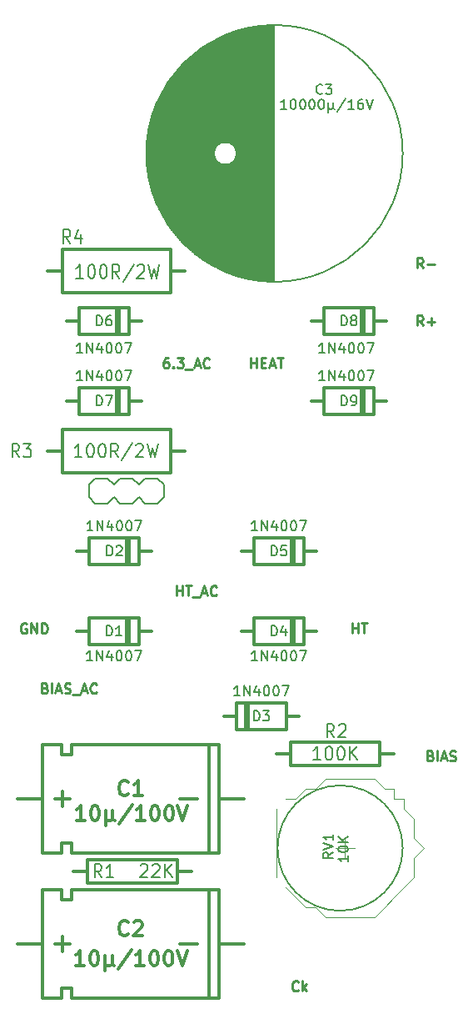
<source format=gto>
G04 #@! TF.FileFunction,Legend,Top*
%FSLAX46Y46*%
G04 Gerber Fmt 4.6, Leading zero omitted, Abs format (unit mm)*
G04 Created by KiCad (PCBNEW 4.0.2+dfsg1-stable) date jeu. 08 sept. 2016 23:26:37 CEST*
%MOMM*%
G01*
G04 APERTURE LIST*
%ADD10C,0.100000*%
%ADD11C,0.304800*%
%ADD12C,0.150000*%
%ADD13C,0.203200*%
%ADD14C,0.254000*%
G04 APERTURE END LIST*
D10*
D11*
X85028000Y-136144000D02*
X86464000Y-136144000D01*
X86464000Y-136144000D02*
X86464000Y-134994000D01*
X86528000Y-134994000D02*
X95528000Y-134994000D01*
X95592000Y-134994000D02*
X95592000Y-137294000D01*
X95528000Y-137294000D02*
X86528000Y-137294000D01*
X86464000Y-137294000D02*
X86464000Y-136144000D01*
X97028000Y-136144000D02*
X95592000Y-136144000D01*
X117664000Y-124206000D02*
X116228000Y-124206000D01*
X116228000Y-124206000D02*
X116228000Y-125356000D01*
X116164000Y-125356000D02*
X107164000Y-125356000D01*
X107100000Y-125356000D02*
X107100000Y-123056000D01*
X107164000Y-123056000D02*
X116164000Y-123056000D01*
X116228000Y-123056000D02*
X116228000Y-124206000D01*
X105664000Y-124206000D02*
X107100000Y-124206000D01*
D12*
X105415000Y-76246000D02*
X105415000Y-50246000D01*
X105275000Y-76244000D02*
X105275000Y-50248000D01*
X105135000Y-76241000D02*
X105135000Y-50251000D01*
X104995000Y-76237000D02*
X104995000Y-50255000D01*
X104855000Y-76230000D02*
X104855000Y-50262000D01*
X104715000Y-76223000D02*
X104715000Y-50269000D01*
X104575000Y-76214000D02*
X104575000Y-50278000D01*
X104435000Y-76203000D02*
X104435000Y-50289000D01*
X104295000Y-76191000D02*
X104295000Y-50301000D01*
X104155000Y-76177000D02*
X104155000Y-50315000D01*
X104015000Y-76162000D02*
X104015000Y-50330000D01*
X103875000Y-76145000D02*
X103875000Y-50347000D01*
X103735000Y-76127000D02*
X103735000Y-50365000D01*
X103595000Y-76107000D02*
X103595000Y-50385000D01*
X103455000Y-76086000D02*
X103455000Y-50406000D01*
X103315000Y-76063000D02*
X103315000Y-50429000D01*
X103175000Y-76038000D02*
X103175000Y-50454000D01*
X103035000Y-76012000D02*
X103035000Y-50480000D01*
X102895000Y-75984000D02*
X102895000Y-50508000D01*
X102755000Y-75955000D02*
X102755000Y-50537000D01*
X102615000Y-75924000D02*
X102615000Y-50568000D01*
X102475000Y-75892000D02*
X102475000Y-50600000D01*
X102335000Y-75857000D02*
X102335000Y-50635000D01*
X102195000Y-75821000D02*
X102195000Y-50671000D01*
X102055000Y-75784000D02*
X102055000Y-50708000D01*
X101915000Y-75745000D02*
X101915000Y-50747000D01*
X101775000Y-75704000D02*
X101775000Y-50788000D01*
X101635000Y-75661000D02*
X101635000Y-63353000D01*
X101635000Y-63139000D02*
X101635000Y-50831000D01*
X101495000Y-75617000D02*
X101495000Y-63805000D01*
X101495000Y-62687000D02*
X101495000Y-50875000D01*
X101355000Y-75571000D02*
X101355000Y-64004000D01*
X101355000Y-62488000D02*
X101355000Y-50921000D01*
X101215000Y-75523000D02*
X101215000Y-64139000D01*
X101215000Y-62353000D02*
X101215000Y-50969000D01*
X101075000Y-75473000D02*
X101075000Y-64236000D01*
X101075000Y-62256000D02*
X101075000Y-51019000D01*
X100935000Y-75422000D02*
X100935000Y-64306000D01*
X100935000Y-62186000D02*
X100935000Y-51070000D01*
X100795000Y-75369000D02*
X100795000Y-64355000D01*
X100795000Y-62137000D02*
X100795000Y-51123000D01*
X100655000Y-75313000D02*
X100655000Y-64384000D01*
X100655000Y-62108000D02*
X100655000Y-51179000D01*
X100515000Y-75256000D02*
X100515000Y-64396000D01*
X100515000Y-62096000D02*
X100515000Y-51236000D01*
X100375000Y-75197000D02*
X100375000Y-64390000D01*
X100375000Y-62102000D02*
X100375000Y-51295000D01*
X100235000Y-75137000D02*
X100235000Y-64367000D01*
X100235000Y-62125000D02*
X100235000Y-51355000D01*
X100095000Y-75074000D02*
X100095000Y-64326000D01*
X100095000Y-62166000D02*
X100095000Y-51418000D01*
X99955000Y-75009000D02*
X99955000Y-64264000D01*
X99955000Y-62228000D02*
X99955000Y-51483000D01*
X99815000Y-74942000D02*
X99815000Y-64177000D01*
X99815000Y-62315000D02*
X99815000Y-51550000D01*
X99675000Y-74873000D02*
X99675000Y-64057000D01*
X99675000Y-62435000D02*
X99675000Y-51619000D01*
X99535000Y-74802000D02*
X99535000Y-63887000D01*
X99535000Y-62605000D02*
X99535000Y-51690000D01*
X99395000Y-74729000D02*
X99395000Y-63597000D01*
X99395000Y-62895000D02*
X99395000Y-51763000D01*
X99255000Y-74653000D02*
X99255000Y-51839000D01*
X99115000Y-74576000D02*
X99115000Y-51916000D01*
X98975000Y-74496000D02*
X98975000Y-51996000D01*
X98835000Y-74413000D02*
X98835000Y-52079000D01*
X98695000Y-74329000D02*
X98695000Y-52163000D01*
X98555000Y-74242000D02*
X98555000Y-52250000D01*
X98415000Y-74152000D02*
X98415000Y-52340000D01*
X98275000Y-74060000D02*
X98275000Y-52432000D01*
X98135000Y-73965000D02*
X98135000Y-52527000D01*
X97995000Y-73868000D02*
X97995000Y-52624000D01*
X97855000Y-73768000D02*
X97855000Y-52724000D01*
X97715000Y-73665000D02*
X97715000Y-52827000D01*
X97575000Y-73559000D02*
X97575000Y-52933000D01*
X97435000Y-73450000D02*
X97435000Y-53042000D01*
X97295000Y-73338000D02*
X97295000Y-53154000D01*
X97155000Y-73222000D02*
X97155000Y-53270000D01*
X97015000Y-73104000D02*
X97015000Y-53388000D01*
X96875000Y-72982000D02*
X96875000Y-53510000D01*
X96735000Y-72856000D02*
X96735000Y-53636000D01*
X96595000Y-72726000D02*
X96595000Y-53766000D01*
X96455000Y-72593000D02*
X96455000Y-53899000D01*
X96315000Y-72456000D02*
X96315000Y-54036000D01*
X96175000Y-72314000D02*
X96175000Y-54178000D01*
X96035000Y-72168000D02*
X96035000Y-54324000D01*
X95895000Y-72017000D02*
X95895000Y-54475000D01*
X95755000Y-71862000D02*
X95755000Y-54630000D01*
X95615000Y-71701000D02*
X95615000Y-54791000D01*
X95475000Y-71535000D02*
X95475000Y-54957000D01*
X95335000Y-71362000D02*
X95335000Y-55130000D01*
X95195000Y-71184000D02*
X95195000Y-55308000D01*
X95055000Y-70999000D02*
X95055000Y-55493000D01*
X94915000Y-70807000D02*
X94915000Y-55685000D01*
X94775000Y-70607000D02*
X94775000Y-55885000D01*
X94635000Y-70399000D02*
X94635000Y-56093000D01*
X94495000Y-70182000D02*
X94495000Y-56310000D01*
X94355000Y-69955000D02*
X94355000Y-56537000D01*
X94215000Y-69717000D02*
X94215000Y-56775000D01*
X94075000Y-69467000D02*
X94075000Y-57025000D01*
X93935000Y-69203000D02*
X93935000Y-57289000D01*
X93795000Y-68923000D02*
X93795000Y-57569000D01*
X93655000Y-68625000D02*
X93655000Y-57867000D01*
X93515000Y-68306000D02*
X93515000Y-58186000D01*
X93375000Y-67961000D02*
X93375000Y-58531000D01*
X93235000Y-67584000D02*
X93235000Y-58908000D01*
X93095000Y-67166000D02*
X93095000Y-59326000D01*
X92955000Y-66692000D02*
X92955000Y-59800000D01*
X92815000Y-66135000D02*
X92815000Y-60357000D01*
X92675000Y-65431000D02*
X92675000Y-61061000D01*
X92535000Y-64327000D02*
X92535000Y-62165000D01*
X101640000Y-63246000D02*
G75*
G03X101640000Y-63246000I-1150000J0D01*
G01*
X118527500Y-63246000D02*
G75*
G03X118527500Y-63246000I-13037500J0D01*
G01*
D11*
X96408000Y-93472000D02*
X94972000Y-93472000D01*
X94908000Y-95672000D02*
X83908000Y-95672000D01*
X83908000Y-95672000D02*
X83908000Y-91272000D01*
X83908000Y-91272000D02*
X94908000Y-91272000D01*
X94908000Y-91272000D02*
X94908000Y-95672000D01*
X82408000Y-93472000D02*
X83844000Y-93472000D01*
X96408000Y-75184000D02*
X94972000Y-75184000D01*
X94908000Y-77384000D02*
X83908000Y-77384000D01*
X83908000Y-77384000D02*
X83908000Y-72984000D01*
X83908000Y-72984000D02*
X94908000Y-72984000D01*
X94908000Y-72984000D02*
X94908000Y-77384000D01*
X82408000Y-75184000D02*
X83844000Y-75184000D01*
D12*
X118527961Y-133778000D02*
G75*
G03X118527961Y-133778000I-6363961J0D01*
G01*
D10*
X105664000Y-129778000D02*
X105664000Y-130778000D01*
X105664000Y-130778000D02*
X105664000Y-130778000D01*
X105664000Y-130778000D02*
X105664000Y-131778000D01*
X105664000Y-131778000D02*
X105664000Y-132778000D01*
X105664000Y-132778000D02*
X105664000Y-133778000D01*
X105664000Y-133778000D02*
X105664000Y-133778000D01*
X105664000Y-133778000D02*
X105664000Y-134778000D01*
X105664000Y-134778000D02*
X105664000Y-135778000D01*
X105664000Y-135778000D02*
X105664000Y-136778000D01*
X111664000Y-126778000D02*
X110664000Y-126778000D01*
X110664000Y-126778000D02*
X109664000Y-127778000D01*
X109664000Y-127778000D02*
X108664000Y-127778000D01*
X108664000Y-127778000D02*
X107664000Y-128778000D01*
X107664000Y-128778000D02*
X107664000Y-128778000D01*
X107664000Y-128778000D02*
X106664000Y-128778000D01*
X120664000Y-133778000D02*
X119664000Y-132778000D01*
X119664000Y-132778000D02*
X119664000Y-131778000D01*
X119664000Y-131778000D02*
X119664000Y-130778000D01*
X119664000Y-130778000D02*
X118664000Y-129778000D01*
X118664000Y-129778000D02*
X118664000Y-128778000D01*
X118664000Y-128778000D02*
X117664000Y-128778000D01*
X117664000Y-128778000D02*
X117664000Y-127778000D01*
X117664000Y-127778000D02*
X116664000Y-127778000D01*
X116664000Y-127778000D02*
X115664000Y-126778000D01*
X115664000Y-126778000D02*
X114664000Y-126778000D01*
X114664000Y-126778000D02*
X112664000Y-126778000D01*
X112664000Y-126778000D02*
X111664000Y-126778000D01*
X116664000Y-139778000D02*
X116664000Y-139778000D01*
X116664000Y-139778000D02*
X117664000Y-138778000D01*
X117664000Y-138778000D02*
X118664000Y-137778000D01*
X118664000Y-137778000D02*
X118664000Y-137778000D01*
X118664000Y-137778000D02*
X119664000Y-136778000D01*
X119664000Y-136778000D02*
X119664000Y-135778000D01*
X119664000Y-135778000D02*
X119664000Y-134778000D01*
X119664000Y-134778000D02*
X120664000Y-133778000D01*
X120664000Y-133778000D02*
X120664000Y-133778000D01*
X106664000Y-137778000D02*
X107664000Y-138778000D01*
X107664000Y-138778000D02*
X107664000Y-138778000D01*
X107664000Y-138778000D02*
X108664000Y-139778000D01*
X108664000Y-139778000D02*
X109664000Y-139778000D01*
X109664000Y-139778000D02*
X110664000Y-140778000D01*
X110664000Y-140778000D02*
X111664000Y-140778000D01*
X111664000Y-140778000D02*
X111664000Y-140778000D01*
X111664000Y-140778000D02*
X112664000Y-140778000D01*
X112664000Y-140778000D02*
X113664000Y-140778000D01*
X113664000Y-140778000D02*
X114664000Y-140778000D01*
X114664000Y-140778000D02*
X115664000Y-140778000D01*
X115664000Y-140778000D02*
X116664000Y-139778000D01*
X113664000Y-133778000D02*
X111664000Y-133778000D01*
X112664000Y-132778000D02*
X112664000Y-134778000D01*
D11*
X81862000Y-123278000D02*
X83862000Y-123278000D01*
X83862000Y-123278000D02*
X83862000Y-124278000D01*
X83862000Y-124278000D02*
X84862000Y-124278000D01*
X84862000Y-124278000D02*
X84862000Y-123278000D01*
X84862000Y-123278000D02*
X99862000Y-123278000D01*
X99862000Y-134278000D02*
X84862000Y-134278000D01*
X84862000Y-134278000D02*
X84862000Y-133278000D01*
X84862000Y-133278000D02*
X83862000Y-133278000D01*
X83862000Y-133278000D02*
X83862000Y-134278000D01*
X83862000Y-134278000D02*
X81862000Y-134278000D01*
X81862000Y-134278000D02*
X81862000Y-123278000D01*
X99862000Y-123278000D02*
X99862000Y-134278000D01*
X98862000Y-134278000D02*
X98862000Y-123278000D01*
X81862000Y-128778000D02*
X79362000Y-128778000D01*
X99862000Y-128778000D02*
X102362000Y-128778000D01*
X97640000Y-128778000D02*
X95862000Y-128778000D01*
X83130000Y-128778000D02*
X84654000Y-128778000D01*
X83892000Y-128016000D02*
X83892000Y-129540000D01*
X81862000Y-138010000D02*
X83862000Y-138010000D01*
X83862000Y-138010000D02*
X83862000Y-139010000D01*
X83862000Y-139010000D02*
X84862000Y-139010000D01*
X84862000Y-139010000D02*
X84862000Y-138010000D01*
X84862000Y-138010000D02*
X99862000Y-138010000D01*
X99862000Y-149010000D02*
X84862000Y-149010000D01*
X84862000Y-149010000D02*
X84862000Y-148010000D01*
X84862000Y-148010000D02*
X83862000Y-148010000D01*
X83862000Y-148010000D02*
X83862000Y-149010000D01*
X83862000Y-149010000D02*
X81862000Y-149010000D01*
X81862000Y-149010000D02*
X81862000Y-138010000D01*
X99862000Y-138010000D02*
X99862000Y-149010000D01*
X98862000Y-149010000D02*
X98862000Y-138010000D01*
X81862000Y-143510000D02*
X79362000Y-143510000D01*
X99862000Y-143510000D02*
X102362000Y-143510000D01*
X97640000Y-143510000D02*
X95862000Y-143510000D01*
X83130000Y-143510000D02*
X84654000Y-143510000D01*
X83892000Y-142748000D02*
X83892000Y-144272000D01*
D13*
X89154000Y-98171000D02*
X88519000Y-98806000D01*
X88519000Y-98806000D02*
X87249000Y-98806000D01*
X87249000Y-98806000D02*
X86614000Y-98171000D01*
X86614000Y-96901000D02*
X87249000Y-96266000D01*
X87249000Y-96266000D02*
X88519000Y-96266000D01*
X88519000Y-96266000D02*
X89154000Y-96901000D01*
X93599000Y-98806000D02*
X92329000Y-98806000D01*
X92329000Y-98806000D02*
X91694000Y-98171000D01*
X91694000Y-96901000D02*
X92329000Y-96266000D01*
X91694000Y-98171000D02*
X91059000Y-98806000D01*
X91059000Y-98806000D02*
X89789000Y-98806000D01*
X89789000Y-98806000D02*
X89154000Y-98171000D01*
X89154000Y-96901000D02*
X89789000Y-96266000D01*
X89789000Y-96266000D02*
X91059000Y-96266000D01*
X91059000Y-96266000D02*
X91694000Y-96901000D01*
X94234000Y-98171000D02*
X94234000Y-96901000D01*
X93599000Y-98806000D02*
X94234000Y-98171000D01*
X94234000Y-96901000D02*
X93599000Y-96266000D01*
X92329000Y-96266000D02*
X93599000Y-96266000D01*
X86614000Y-98171000D02*
X86614000Y-96901000D01*
D11*
X92964000Y-111760000D02*
X91702000Y-111760000D01*
X91702000Y-111760000D02*
X91702000Y-110410000D01*
X91702000Y-110410000D02*
X86606000Y-110410000D01*
X86606000Y-110410000D02*
X86606000Y-111760000D01*
X86606000Y-111760000D02*
X85344000Y-111760000D01*
X86606000Y-111760000D02*
X86606000Y-113110000D01*
X86606000Y-113110000D02*
X91702000Y-113110000D01*
X91702000Y-113110000D02*
X91702000Y-111760000D01*
X90694000Y-110410000D02*
X90694000Y-113110000D01*
X90440000Y-113110000D02*
X90440000Y-110410000D01*
X93008000Y-103632000D02*
X91746000Y-103632000D01*
X91746000Y-103632000D02*
X91746000Y-102282000D01*
X91746000Y-102282000D02*
X86650000Y-102282000D01*
X86650000Y-102282000D02*
X86650000Y-103632000D01*
X86650000Y-103632000D02*
X85388000Y-103632000D01*
X86650000Y-103632000D02*
X86650000Y-104982000D01*
X86650000Y-104982000D02*
X91746000Y-104982000D01*
X91746000Y-104982000D02*
X91746000Y-103632000D01*
X90738000Y-102282000D02*
X90738000Y-104982000D01*
X90484000Y-104982000D02*
X90484000Y-102282000D01*
X100330000Y-120396000D02*
X101592000Y-120396000D01*
X101592000Y-120396000D02*
X101592000Y-121746000D01*
X101592000Y-121746000D02*
X106688000Y-121746000D01*
X106688000Y-121746000D02*
X106688000Y-120396000D01*
X106688000Y-120396000D02*
X107950000Y-120396000D01*
X106688000Y-120396000D02*
X106688000Y-119046000D01*
X106688000Y-119046000D02*
X101592000Y-119046000D01*
X101592000Y-119046000D02*
X101592000Y-120396000D01*
X102600000Y-121746000D02*
X102600000Y-119046000D01*
X102854000Y-119046000D02*
X102854000Y-121746000D01*
X109728000Y-111760000D02*
X108466000Y-111760000D01*
X108466000Y-111760000D02*
X108466000Y-110410000D01*
X108466000Y-110410000D02*
X103370000Y-110410000D01*
X103370000Y-110410000D02*
X103370000Y-111760000D01*
X103370000Y-111760000D02*
X102108000Y-111760000D01*
X103370000Y-111760000D02*
X103370000Y-113110000D01*
X103370000Y-113110000D02*
X108466000Y-113110000D01*
X108466000Y-113110000D02*
X108466000Y-111760000D01*
X107458000Y-110410000D02*
X107458000Y-113110000D01*
X107204000Y-113110000D02*
X107204000Y-110410000D01*
X109728000Y-103632000D02*
X108466000Y-103632000D01*
X108466000Y-103632000D02*
X108466000Y-102282000D01*
X108466000Y-102282000D02*
X103370000Y-102282000D01*
X103370000Y-102282000D02*
X103370000Y-103632000D01*
X103370000Y-103632000D02*
X102108000Y-103632000D01*
X103370000Y-103632000D02*
X103370000Y-104982000D01*
X103370000Y-104982000D02*
X108466000Y-104982000D01*
X108466000Y-104982000D02*
X108466000Y-103632000D01*
X107458000Y-102282000D02*
X107458000Y-104982000D01*
X107204000Y-104982000D02*
X107204000Y-102282000D01*
X91948000Y-80264000D02*
X90686000Y-80264000D01*
X90686000Y-80264000D02*
X90686000Y-78914000D01*
X90686000Y-78914000D02*
X85590000Y-78914000D01*
X85590000Y-78914000D02*
X85590000Y-80264000D01*
X85590000Y-80264000D02*
X84328000Y-80264000D01*
X85590000Y-80264000D02*
X85590000Y-81614000D01*
X85590000Y-81614000D02*
X90686000Y-81614000D01*
X90686000Y-81614000D02*
X90686000Y-80264000D01*
X89678000Y-78914000D02*
X89678000Y-81614000D01*
X89424000Y-81614000D02*
X89424000Y-78914000D01*
X91948000Y-88392000D02*
X90686000Y-88392000D01*
X90686000Y-88392000D02*
X90686000Y-87042000D01*
X90686000Y-87042000D02*
X85590000Y-87042000D01*
X85590000Y-87042000D02*
X85590000Y-88392000D01*
X85590000Y-88392000D02*
X84328000Y-88392000D01*
X85590000Y-88392000D02*
X85590000Y-89742000D01*
X85590000Y-89742000D02*
X90686000Y-89742000D01*
X90686000Y-89742000D02*
X90686000Y-88392000D01*
X89678000Y-87042000D02*
X89678000Y-89742000D01*
X89424000Y-89742000D02*
X89424000Y-87042000D01*
X116840000Y-80264000D02*
X115578000Y-80264000D01*
X115578000Y-80264000D02*
X115578000Y-78914000D01*
X115578000Y-78914000D02*
X110482000Y-78914000D01*
X110482000Y-78914000D02*
X110482000Y-80264000D01*
X110482000Y-80264000D02*
X109220000Y-80264000D01*
X110482000Y-80264000D02*
X110482000Y-81614000D01*
X110482000Y-81614000D02*
X115578000Y-81614000D01*
X115578000Y-81614000D02*
X115578000Y-80264000D01*
X114570000Y-78914000D02*
X114570000Y-81614000D01*
X114316000Y-81614000D02*
X114316000Y-78914000D01*
X116840000Y-88392000D02*
X115578000Y-88392000D01*
X115578000Y-88392000D02*
X115578000Y-87042000D01*
X115578000Y-87042000D02*
X110482000Y-87042000D01*
X110482000Y-87042000D02*
X110482000Y-88392000D01*
X110482000Y-88392000D02*
X109220000Y-88392000D01*
X110482000Y-88392000D02*
X110482000Y-89742000D01*
X110482000Y-89742000D02*
X115578000Y-89742000D01*
X115578000Y-89742000D02*
X115578000Y-88392000D01*
X114570000Y-87042000D02*
X114570000Y-89742000D01*
X114316000Y-89742000D02*
X114316000Y-87042000D01*
D13*
X87926333Y-136775976D02*
X87503000Y-136110738D01*
X87200619Y-136775976D02*
X87200619Y-135378976D01*
X87684428Y-135378976D01*
X87805381Y-135445500D01*
X87865857Y-135512024D01*
X87926333Y-135645071D01*
X87926333Y-135844643D01*
X87865857Y-135977690D01*
X87805381Y-136044214D01*
X87684428Y-136110738D01*
X87200619Y-136110738D01*
X89135857Y-136775976D02*
X88410143Y-136775976D01*
X88773000Y-136775976D02*
X88773000Y-135378976D01*
X88652048Y-135578548D01*
X88531095Y-135711595D01*
X88410143Y-135778119D01*
X91869381Y-135512024D02*
X91929857Y-135445500D01*
X92050809Y-135378976D01*
X92353190Y-135378976D01*
X92474143Y-135445500D01*
X92534619Y-135512024D01*
X92595095Y-135645071D01*
X92595095Y-135778119D01*
X92534619Y-135977690D01*
X91808905Y-136775976D01*
X92595095Y-136775976D01*
X93078905Y-135512024D02*
X93139381Y-135445500D01*
X93260333Y-135378976D01*
X93562714Y-135378976D01*
X93683667Y-135445500D01*
X93744143Y-135512024D01*
X93804619Y-135645071D01*
X93804619Y-135778119D01*
X93744143Y-135977690D01*
X93018429Y-136775976D01*
X93804619Y-136775976D01*
X94348905Y-136775976D02*
X94348905Y-135378976D01*
X95074619Y-136775976D02*
X94530334Y-135977690D01*
X95074619Y-135378976D02*
X94348905Y-136177262D01*
X111548333Y-122551976D02*
X111125000Y-121886738D01*
X110822619Y-122551976D02*
X110822619Y-121154976D01*
X111306428Y-121154976D01*
X111427381Y-121221500D01*
X111487857Y-121288024D01*
X111548333Y-121421071D01*
X111548333Y-121620643D01*
X111487857Y-121753690D01*
X111427381Y-121820214D01*
X111306428Y-121886738D01*
X110822619Y-121886738D01*
X112032143Y-121288024D02*
X112092619Y-121221500D01*
X112213571Y-121154976D01*
X112515952Y-121154976D01*
X112636905Y-121221500D01*
X112697381Y-121288024D01*
X112757857Y-121421071D01*
X112757857Y-121554119D01*
X112697381Y-121753690D01*
X111971667Y-122551976D01*
X112757857Y-122551976D01*
X110182333Y-124837976D02*
X109456619Y-124837976D01*
X109819476Y-124837976D02*
X109819476Y-123440976D01*
X109698524Y-123640548D01*
X109577571Y-123773595D01*
X109456619Y-123840119D01*
X110968524Y-123440976D02*
X111089476Y-123440976D01*
X111210428Y-123507500D01*
X111270905Y-123574024D01*
X111331381Y-123707071D01*
X111391857Y-123973167D01*
X111391857Y-124305786D01*
X111331381Y-124571881D01*
X111270905Y-124704929D01*
X111210428Y-124771452D01*
X111089476Y-124837976D01*
X110968524Y-124837976D01*
X110847571Y-124771452D01*
X110787095Y-124704929D01*
X110726619Y-124571881D01*
X110666143Y-124305786D01*
X110666143Y-123973167D01*
X110726619Y-123707071D01*
X110787095Y-123574024D01*
X110847571Y-123507500D01*
X110968524Y-123440976D01*
X112178048Y-123440976D02*
X112299000Y-123440976D01*
X112419952Y-123507500D01*
X112480429Y-123574024D01*
X112540905Y-123707071D01*
X112601381Y-123973167D01*
X112601381Y-124305786D01*
X112540905Y-124571881D01*
X112480429Y-124704929D01*
X112419952Y-124771452D01*
X112299000Y-124837976D01*
X112178048Y-124837976D01*
X112057095Y-124771452D01*
X111996619Y-124704929D01*
X111936143Y-124571881D01*
X111875667Y-124305786D01*
X111875667Y-123973167D01*
X111936143Y-123707071D01*
X111996619Y-123574024D01*
X112057095Y-123507500D01*
X112178048Y-123440976D01*
X113145667Y-124837976D02*
X113145667Y-123440976D01*
X113871381Y-124837976D02*
X113327096Y-124039690D01*
X113871381Y-123440976D02*
X113145667Y-124239262D01*
D14*
X121339428Y-124387429D02*
X121484571Y-124435810D01*
X121532952Y-124484190D01*
X121581333Y-124580952D01*
X121581333Y-124726095D01*
X121532952Y-124822857D01*
X121484571Y-124871238D01*
X121387809Y-124919619D01*
X121000762Y-124919619D01*
X121000762Y-123903619D01*
X121339428Y-123903619D01*
X121436190Y-123952000D01*
X121484571Y-124000381D01*
X121532952Y-124097143D01*
X121532952Y-124193905D01*
X121484571Y-124290667D01*
X121436190Y-124339048D01*
X121339428Y-124387429D01*
X121000762Y-124387429D01*
X122016762Y-124919619D02*
X122016762Y-123903619D01*
X122452191Y-124629333D02*
X122936000Y-124629333D01*
X122355429Y-124919619D02*
X122694096Y-123903619D01*
X123032762Y-124919619D01*
X123323048Y-124871238D02*
X123468191Y-124919619D01*
X123710095Y-124919619D01*
X123806857Y-124871238D01*
X123855238Y-124822857D01*
X123903619Y-124726095D01*
X123903619Y-124629333D01*
X123855238Y-124532571D01*
X123806857Y-124484190D01*
X123710095Y-124435810D01*
X123516572Y-124387429D01*
X123419810Y-124339048D01*
X123371429Y-124290667D01*
X123323048Y-124193905D01*
X123323048Y-124097143D01*
X123371429Y-124000381D01*
X123419810Y-123952000D01*
X123516572Y-123903619D01*
X123758476Y-123903619D01*
X123903619Y-123952000D01*
X82162952Y-117529429D02*
X82308095Y-117577810D01*
X82356476Y-117626190D01*
X82404857Y-117722952D01*
X82404857Y-117868095D01*
X82356476Y-117964857D01*
X82308095Y-118013238D01*
X82211333Y-118061619D01*
X81824286Y-118061619D01*
X81824286Y-117045619D01*
X82162952Y-117045619D01*
X82259714Y-117094000D01*
X82308095Y-117142381D01*
X82356476Y-117239143D01*
X82356476Y-117335905D01*
X82308095Y-117432667D01*
X82259714Y-117481048D01*
X82162952Y-117529429D01*
X81824286Y-117529429D01*
X82840286Y-118061619D02*
X82840286Y-117045619D01*
X83275715Y-117771333D02*
X83759524Y-117771333D01*
X83178953Y-118061619D02*
X83517620Y-117045619D01*
X83856286Y-118061619D01*
X84146572Y-118013238D02*
X84291715Y-118061619D01*
X84533619Y-118061619D01*
X84630381Y-118013238D01*
X84678762Y-117964857D01*
X84727143Y-117868095D01*
X84727143Y-117771333D01*
X84678762Y-117674571D01*
X84630381Y-117626190D01*
X84533619Y-117577810D01*
X84340096Y-117529429D01*
X84243334Y-117481048D01*
X84194953Y-117432667D01*
X84146572Y-117335905D01*
X84146572Y-117239143D01*
X84194953Y-117142381D01*
X84243334Y-117094000D01*
X84340096Y-117045619D01*
X84582000Y-117045619D01*
X84727143Y-117094000D01*
X84920667Y-118158381D02*
X85694762Y-118158381D01*
X85888286Y-117771333D02*
X86372095Y-117771333D01*
X85791524Y-118061619D02*
X86130191Y-117045619D01*
X86468857Y-118061619D01*
X87388095Y-117964857D02*
X87339714Y-118013238D01*
X87194571Y-118061619D01*
X87097809Y-118061619D01*
X86952667Y-118013238D01*
X86855905Y-117916476D01*
X86807524Y-117819714D01*
X86759143Y-117626190D01*
X86759143Y-117481048D01*
X86807524Y-117287524D01*
X86855905Y-117190762D01*
X86952667Y-117094000D01*
X87097809Y-117045619D01*
X87194571Y-117045619D01*
X87339714Y-117094000D01*
X87388095Y-117142381D01*
D12*
X110356334Y-57126143D02*
X110308715Y-57173762D01*
X110165858Y-57221381D01*
X110070620Y-57221381D01*
X109927762Y-57173762D01*
X109832524Y-57078524D01*
X109784905Y-56983286D01*
X109737286Y-56792810D01*
X109737286Y-56649952D01*
X109784905Y-56459476D01*
X109832524Y-56364238D01*
X109927762Y-56269000D01*
X110070620Y-56221381D01*
X110165858Y-56221381D01*
X110308715Y-56269000D01*
X110356334Y-56316619D01*
X110689667Y-56221381D02*
X111308715Y-56221381D01*
X110975381Y-56602333D01*
X111118239Y-56602333D01*
X111213477Y-56649952D01*
X111261096Y-56697571D01*
X111308715Y-56792810D01*
X111308715Y-57030905D01*
X111261096Y-57126143D01*
X111213477Y-57173762D01*
X111118239Y-57221381D01*
X110832524Y-57221381D01*
X110737286Y-57173762D01*
X110689667Y-57126143D01*
X106729381Y-58745381D02*
X106157952Y-58745381D01*
X106443666Y-58745381D02*
X106443666Y-57745381D01*
X106348428Y-57888238D01*
X106253190Y-57983476D01*
X106157952Y-58031095D01*
X107348428Y-57745381D02*
X107443667Y-57745381D01*
X107538905Y-57793000D01*
X107586524Y-57840619D01*
X107634143Y-57935857D01*
X107681762Y-58126333D01*
X107681762Y-58364429D01*
X107634143Y-58554905D01*
X107586524Y-58650143D01*
X107538905Y-58697762D01*
X107443667Y-58745381D01*
X107348428Y-58745381D01*
X107253190Y-58697762D01*
X107205571Y-58650143D01*
X107157952Y-58554905D01*
X107110333Y-58364429D01*
X107110333Y-58126333D01*
X107157952Y-57935857D01*
X107205571Y-57840619D01*
X107253190Y-57793000D01*
X107348428Y-57745381D01*
X108300809Y-57745381D02*
X108396048Y-57745381D01*
X108491286Y-57793000D01*
X108538905Y-57840619D01*
X108586524Y-57935857D01*
X108634143Y-58126333D01*
X108634143Y-58364429D01*
X108586524Y-58554905D01*
X108538905Y-58650143D01*
X108491286Y-58697762D01*
X108396048Y-58745381D01*
X108300809Y-58745381D01*
X108205571Y-58697762D01*
X108157952Y-58650143D01*
X108110333Y-58554905D01*
X108062714Y-58364429D01*
X108062714Y-58126333D01*
X108110333Y-57935857D01*
X108157952Y-57840619D01*
X108205571Y-57793000D01*
X108300809Y-57745381D01*
X109253190Y-57745381D02*
X109348429Y-57745381D01*
X109443667Y-57793000D01*
X109491286Y-57840619D01*
X109538905Y-57935857D01*
X109586524Y-58126333D01*
X109586524Y-58364429D01*
X109538905Y-58554905D01*
X109491286Y-58650143D01*
X109443667Y-58697762D01*
X109348429Y-58745381D01*
X109253190Y-58745381D01*
X109157952Y-58697762D01*
X109110333Y-58650143D01*
X109062714Y-58554905D01*
X109015095Y-58364429D01*
X109015095Y-58126333D01*
X109062714Y-57935857D01*
X109110333Y-57840619D01*
X109157952Y-57793000D01*
X109253190Y-57745381D01*
X110205571Y-57745381D02*
X110300810Y-57745381D01*
X110396048Y-57793000D01*
X110443667Y-57840619D01*
X110491286Y-57935857D01*
X110538905Y-58126333D01*
X110538905Y-58364429D01*
X110491286Y-58554905D01*
X110443667Y-58650143D01*
X110396048Y-58697762D01*
X110300810Y-58745381D01*
X110205571Y-58745381D01*
X110110333Y-58697762D01*
X110062714Y-58650143D01*
X110015095Y-58554905D01*
X109967476Y-58364429D01*
X109967476Y-58126333D01*
X110015095Y-57935857D01*
X110062714Y-57840619D01*
X110110333Y-57793000D01*
X110205571Y-57745381D01*
X110967476Y-58078714D02*
X110967476Y-59078714D01*
X111443667Y-58602524D02*
X111491286Y-58697762D01*
X111586524Y-58745381D01*
X110967476Y-58602524D02*
X111015095Y-58697762D01*
X111110333Y-58745381D01*
X111300810Y-58745381D01*
X111396048Y-58697762D01*
X111443667Y-58602524D01*
X111443667Y-58078714D01*
X112729381Y-57697762D02*
X111872238Y-58983476D01*
X113586524Y-58745381D02*
X113015095Y-58745381D01*
X113300809Y-58745381D02*
X113300809Y-57745381D01*
X113205571Y-57888238D01*
X113110333Y-57983476D01*
X113015095Y-58031095D01*
X114443667Y-57745381D02*
X114253190Y-57745381D01*
X114157952Y-57793000D01*
X114110333Y-57840619D01*
X114015095Y-57983476D01*
X113967476Y-58173952D01*
X113967476Y-58554905D01*
X114015095Y-58650143D01*
X114062714Y-58697762D01*
X114157952Y-58745381D01*
X114348429Y-58745381D01*
X114443667Y-58697762D01*
X114491286Y-58650143D01*
X114538905Y-58554905D01*
X114538905Y-58316810D01*
X114491286Y-58221571D01*
X114443667Y-58173952D01*
X114348429Y-58126333D01*
X114157952Y-58126333D01*
X114062714Y-58173952D01*
X114015095Y-58221571D01*
X113967476Y-58316810D01*
X114824619Y-57745381D02*
X115157952Y-58745381D01*
X115491286Y-57745381D01*
D14*
X80251905Y-110998000D02*
X80155143Y-110949619D01*
X80010000Y-110949619D01*
X79864858Y-110998000D01*
X79768096Y-111094762D01*
X79719715Y-111191524D01*
X79671334Y-111385048D01*
X79671334Y-111530190D01*
X79719715Y-111723714D01*
X79768096Y-111820476D01*
X79864858Y-111917238D01*
X80010000Y-111965619D01*
X80106762Y-111965619D01*
X80251905Y-111917238D01*
X80300286Y-111868857D01*
X80300286Y-111530190D01*
X80106762Y-111530190D01*
X80735715Y-111965619D02*
X80735715Y-110949619D01*
X81316286Y-111965619D01*
X81316286Y-110949619D01*
X81800096Y-111965619D02*
X81800096Y-110949619D01*
X82042001Y-110949619D01*
X82187143Y-110998000D01*
X82283905Y-111094762D01*
X82332286Y-111191524D01*
X82380667Y-111385048D01*
X82380667Y-111530190D01*
X82332286Y-111723714D01*
X82283905Y-111820476D01*
X82187143Y-111917238D01*
X82042001Y-111965619D01*
X81800096Y-111965619D01*
X95528191Y-108155619D02*
X95528191Y-107139619D01*
X95528191Y-107623429D02*
X96108762Y-107623429D01*
X96108762Y-108155619D02*
X96108762Y-107139619D01*
X96447429Y-107139619D02*
X97028000Y-107139619D01*
X96737715Y-108155619D02*
X96737715Y-107139619D01*
X97124762Y-108252381D02*
X97898857Y-108252381D01*
X98092381Y-107865333D02*
X98576190Y-107865333D01*
X97995619Y-108155619D02*
X98334286Y-107139619D01*
X98672952Y-108155619D01*
X99592190Y-108058857D02*
X99543809Y-108107238D01*
X99398666Y-108155619D01*
X99301904Y-108155619D01*
X99156762Y-108107238D01*
X99060000Y-108010476D01*
X99011619Y-107913714D01*
X98963238Y-107720190D01*
X98963238Y-107575048D01*
X99011619Y-107381524D01*
X99060000Y-107284762D01*
X99156762Y-107188000D01*
X99301904Y-107139619D01*
X99398666Y-107139619D01*
X99543809Y-107188000D01*
X99592190Y-107236381D01*
X113396667Y-111965619D02*
X113396667Y-110949619D01*
X113396667Y-111433429D02*
X113977238Y-111433429D01*
X113977238Y-111965619D02*
X113977238Y-110949619D01*
X114315905Y-110949619D02*
X114896476Y-110949619D01*
X114606191Y-111965619D02*
X114606191Y-110949619D01*
X120589524Y-74881619D02*
X120250858Y-74397810D01*
X120008953Y-74881619D02*
X120008953Y-73865619D01*
X120396000Y-73865619D01*
X120492762Y-73914000D01*
X120541143Y-73962381D01*
X120589524Y-74059143D01*
X120589524Y-74204286D01*
X120541143Y-74301048D01*
X120492762Y-74349429D01*
X120396000Y-74397810D01*
X120008953Y-74397810D01*
X121024953Y-74494571D02*
X121799048Y-74494571D01*
X120589524Y-80723619D02*
X120250858Y-80239810D01*
X120008953Y-80723619D02*
X120008953Y-79707619D01*
X120396000Y-79707619D01*
X120492762Y-79756000D01*
X120541143Y-79804381D01*
X120589524Y-79901143D01*
X120589524Y-80046286D01*
X120541143Y-80143048D01*
X120492762Y-80191429D01*
X120396000Y-80239810D01*
X120008953Y-80239810D01*
X121024953Y-80336571D02*
X121799048Y-80336571D01*
X121412000Y-80723619D02*
X121412000Y-79949524D01*
X103075620Y-85041619D02*
X103075620Y-84025619D01*
X103075620Y-84509429D02*
X103656191Y-84509429D01*
X103656191Y-85041619D02*
X103656191Y-84025619D01*
X104140001Y-84509429D02*
X104478667Y-84509429D01*
X104623810Y-85041619D02*
X104140001Y-85041619D01*
X104140001Y-84025619D01*
X104623810Y-84025619D01*
X105010858Y-84751333D02*
X105494667Y-84751333D01*
X104914096Y-85041619D02*
X105252763Y-84025619D01*
X105591429Y-85041619D01*
X105784953Y-84025619D02*
X106365524Y-84025619D01*
X106075239Y-85041619D02*
X106075239Y-84025619D01*
X94657333Y-84025619D02*
X94463810Y-84025619D01*
X94367048Y-84074000D01*
X94318667Y-84122381D01*
X94221905Y-84267524D01*
X94173524Y-84461048D01*
X94173524Y-84848095D01*
X94221905Y-84944857D01*
X94270286Y-84993238D01*
X94367048Y-85041619D01*
X94560571Y-85041619D01*
X94657333Y-84993238D01*
X94705714Y-84944857D01*
X94754095Y-84848095D01*
X94754095Y-84606190D01*
X94705714Y-84509429D01*
X94657333Y-84461048D01*
X94560571Y-84412667D01*
X94367048Y-84412667D01*
X94270286Y-84461048D01*
X94221905Y-84509429D01*
X94173524Y-84606190D01*
X95189524Y-84944857D02*
X95237905Y-84993238D01*
X95189524Y-85041619D01*
X95141143Y-84993238D01*
X95189524Y-84944857D01*
X95189524Y-85041619D01*
X95576572Y-84025619D02*
X96205524Y-84025619D01*
X95866858Y-84412667D01*
X96012000Y-84412667D01*
X96108762Y-84461048D01*
X96157143Y-84509429D01*
X96205524Y-84606190D01*
X96205524Y-84848095D01*
X96157143Y-84944857D01*
X96108762Y-84993238D01*
X96012000Y-85041619D01*
X95721715Y-85041619D01*
X95624953Y-84993238D01*
X95576572Y-84944857D01*
X96399048Y-85138381D02*
X97173143Y-85138381D01*
X97366667Y-84751333D02*
X97850476Y-84751333D01*
X97269905Y-85041619D02*
X97608572Y-84025619D01*
X97947238Y-85041619D01*
X98866476Y-84944857D02*
X98818095Y-84993238D01*
X98672952Y-85041619D01*
X98576190Y-85041619D01*
X98431048Y-84993238D01*
X98334286Y-84896476D01*
X98285905Y-84799714D01*
X98237524Y-84606190D01*
X98237524Y-84461048D01*
X98285905Y-84267524D01*
X98334286Y-84170762D01*
X98431048Y-84074000D01*
X98576190Y-84025619D01*
X98672952Y-84025619D01*
X98818095Y-84074000D01*
X98866476Y-84122381D01*
D13*
X79544333Y-94103976D02*
X79121000Y-93438738D01*
X78818619Y-94103976D02*
X78818619Y-92706976D01*
X79302428Y-92706976D01*
X79423381Y-92773500D01*
X79483857Y-92840024D01*
X79544333Y-92973071D01*
X79544333Y-93172643D01*
X79483857Y-93305690D01*
X79423381Y-93372214D01*
X79302428Y-93438738D01*
X78818619Y-93438738D01*
X79967667Y-92706976D02*
X80753857Y-92706976D01*
X80330524Y-93239167D01*
X80511952Y-93239167D01*
X80632905Y-93305690D01*
X80693381Y-93372214D01*
X80753857Y-93505262D01*
X80753857Y-93837881D01*
X80693381Y-93970929D01*
X80632905Y-94037452D01*
X80511952Y-94103976D01*
X80149095Y-94103976D01*
X80028143Y-94037452D01*
X79967667Y-93970929D01*
X85915619Y-94103976D02*
X85189905Y-94103976D01*
X85552762Y-94103976D02*
X85552762Y-92706976D01*
X85431810Y-92906548D01*
X85310857Y-93039595D01*
X85189905Y-93106119D01*
X86701810Y-92706976D02*
X86822762Y-92706976D01*
X86943714Y-92773500D01*
X87004191Y-92840024D01*
X87064667Y-92973071D01*
X87125143Y-93239167D01*
X87125143Y-93571786D01*
X87064667Y-93837881D01*
X87004191Y-93970929D01*
X86943714Y-94037452D01*
X86822762Y-94103976D01*
X86701810Y-94103976D01*
X86580857Y-94037452D01*
X86520381Y-93970929D01*
X86459905Y-93837881D01*
X86399429Y-93571786D01*
X86399429Y-93239167D01*
X86459905Y-92973071D01*
X86520381Y-92840024D01*
X86580857Y-92773500D01*
X86701810Y-92706976D01*
X87911334Y-92706976D02*
X88032286Y-92706976D01*
X88153238Y-92773500D01*
X88213715Y-92840024D01*
X88274191Y-92973071D01*
X88334667Y-93239167D01*
X88334667Y-93571786D01*
X88274191Y-93837881D01*
X88213715Y-93970929D01*
X88153238Y-94037452D01*
X88032286Y-94103976D01*
X87911334Y-94103976D01*
X87790381Y-94037452D01*
X87729905Y-93970929D01*
X87669429Y-93837881D01*
X87608953Y-93571786D01*
X87608953Y-93239167D01*
X87669429Y-92973071D01*
X87729905Y-92840024D01*
X87790381Y-92773500D01*
X87911334Y-92706976D01*
X89604667Y-94103976D02*
X89181334Y-93438738D01*
X88878953Y-94103976D02*
X88878953Y-92706976D01*
X89362762Y-92706976D01*
X89483715Y-92773500D01*
X89544191Y-92840024D01*
X89604667Y-92973071D01*
X89604667Y-93172643D01*
X89544191Y-93305690D01*
X89483715Y-93372214D01*
X89362762Y-93438738D01*
X88878953Y-93438738D01*
X91056096Y-92640452D02*
X89967524Y-94436595D01*
X91418953Y-92840024D02*
X91479429Y-92773500D01*
X91600381Y-92706976D01*
X91902762Y-92706976D01*
X92023715Y-92773500D01*
X92084191Y-92840024D01*
X92144667Y-92973071D01*
X92144667Y-93106119D01*
X92084191Y-93305690D01*
X91358477Y-94103976D01*
X92144667Y-94103976D01*
X92568001Y-92706976D02*
X92870382Y-94103976D01*
X93112286Y-93106119D01*
X93354191Y-94103976D01*
X93656572Y-92706976D01*
X84736333Y-72386976D02*
X84313000Y-71721738D01*
X84010619Y-72386976D02*
X84010619Y-70989976D01*
X84494428Y-70989976D01*
X84615381Y-71056500D01*
X84675857Y-71123024D01*
X84736333Y-71256071D01*
X84736333Y-71455643D01*
X84675857Y-71588690D01*
X84615381Y-71655214D01*
X84494428Y-71721738D01*
X84010619Y-71721738D01*
X85824905Y-71455643D02*
X85824905Y-72386976D01*
X85522524Y-70923452D02*
X85220143Y-71921310D01*
X86006333Y-71921310D01*
X86042619Y-75942976D02*
X85316905Y-75942976D01*
X85679762Y-75942976D02*
X85679762Y-74545976D01*
X85558810Y-74745548D01*
X85437857Y-74878595D01*
X85316905Y-74945119D01*
X86828810Y-74545976D02*
X86949762Y-74545976D01*
X87070714Y-74612500D01*
X87131191Y-74679024D01*
X87191667Y-74812071D01*
X87252143Y-75078167D01*
X87252143Y-75410786D01*
X87191667Y-75676881D01*
X87131191Y-75809929D01*
X87070714Y-75876452D01*
X86949762Y-75942976D01*
X86828810Y-75942976D01*
X86707857Y-75876452D01*
X86647381Y-75809929D01*
X86586905Y-75676881D01*
X86526429Y-75410786D01*
X86526429Y-75078167D01*
X86586905Y-74812071D01*
X86647381Y-74679024D01*
X86707857Y-74612500D01*
X86828810Y-74545976D01*
X88038334Y-74545976D02*
X88159286Y-74545976D01*
X88280238Y-74612500D01*
X88340715Y-74679024D01*
X88401191Y-74812071D01*
X88461667Y-75078167D01*
X88461667Y-75410786D01*
X88401191Y-75676881D01*
X88340715Y-75809929D01*
X88280238Y-75876452D01*
X88159286Y-75942976D01*
X88038334Y-75942976D01*
X87917381Y-75876452D01*
X87856905Y-75809929D01*
X87796429Y-75676881D01*
X87735953Y-75410786D01*
X87735953Y-75078167D01*
X87796429Y-74812071D01*
X87856905Y-74679024D01*
X87917381Y-74612500D01*
X88038334Y-74545976D01*
X89731667Y-75942976D02*
X89308334Y-75277738D01*
X89005953Y-75942976D02*
X89005953Y-74545976D01*
X89489762Y-74545976D01*
X89610715Y-74612500D01*
X89671191Y-74679024D01*
X89731667Y-74812071D01*
X89731667Y-75011643D01*
X89671191Y-75144690D01*
X89610715Y-75211214D01*
X89489762Y-75277738D01*
X89005953Y-75277738D01*
X91183096Y-74479452D02*
X90094524Y-76275595D01*
X91545953Y-74679024D02*
X91606429Y-74612500D01*
X91727381Y-74545976D01*
X92029762Y-74545976D01*
X92150715Y-74612500D01*
X92211191Y-74679024D01*
X92271667Y-74812071D01*
X92271667Y-74945119D01*
X92211191Y-75144690D01*
X91485477Y-75942976D01*
X92271667Y-75942976D01*
X92695001Y-74545976D02*
X92997382Y-75942976D01*
X93239286Y-74945119D01*
X93481191Y-75942976D01*
X93783572Y-74545976D01*
D12*
X111450381Y-134199238D02*
X110974190Y-134532572D01*
X111450381Y-134770667D02*
X110450381Y-134770667D01*
X110450381Y-134389714D01*
X110498000Y-134294476D01*
X110545619Y-134246857D01*
X110640857Y-134199238D01*
X110783714Y-134199238D01*
X110878952Y-134246857D01*
X110926571Y-134294476D01*
X110974190Y-134389714D01*
X110974190Y-134770667D01*
X110450381Y-133913524D02*
X111450381Y-133580191D01*
X110450381Y-133246857D01*
X111450381Y-132389714D02*
X111450381Y-132961143D01*
X111450381Y-132675429D02*
X110450381Y-132675429D01*
X110593238Y-132770667D01*
X110688476Y-132865905D01*
X110736095Y-132961143D01*
X112974381Y-134548476D02*
X112974381Y-135119905D01*
X112974381Y-134834191D02*
X111974381Y-134834191D01*
X112117238Y-134929429D01*
X112212476Y-135024667D01*
X112260095Y-135119905D01*
X111974381Y-133929429D02*
X111974381Y-133834190D01*
X112022000Y-133738952D01*
X112069619Y-133691333D01*
X112164857Y-133643714D01*
X112355333Y-133596095D01*
X112593429Y-133596095D01*
X112783905Y-133643714D01*
X112879143Y-133691333D01*
X112926762Y-133738952D01*
X112974381Y-133834190D01*
X112974381Y-133929429D01*
X112926762Y-134024667D01*
X112879143Y-134072286D01*
X112783905Y-134119905D01*
X112593429Y-134167524D01*
X112355333Y-134167524D01*
X112164857Y-134119905D01*
X112069619Y-134072286D01*
X112022000Y-134024667D01*
X111974381Y-133929429D01*
X112974381Y-133167524D02*
X111974381Y-133167524D01*
X112974381Y-132596095D02*
X112402952Y-133024667D01*
X111974381Y-132596095D02*
X112545810Y-133167524D01*
D11*
X90608000Y-128306286D02*
X90535429Y-128378857D01*
X90317715Y-128451429D01*
X90172572Y-128451429D01*
X89954857Y-128378857D01*
X89809715Y-128233714D01*
X89737143Y-128088571D01*
X89664572Y-127798286D01*
X89664572Y-127580571D01*
X89737143Y-127290286D01*
X89809715Y-127145143D01*
X89954857Y-127000000D01*
X90172572Y-126927429D01*
X90317715Y-126927429D01*
X90535429Y-127000000D01*
X90608000Y-127072571D01*
X92059429Y-128451429D02*
X91188572Y-128451429D01*
X91624000Y-128451429D02*
X91624000Y-126927429D01*
X91478857Y-127145143D01*
X91333715Y-127290286D01*
X91188572Y-127362857D01*
X86214857Y-130991429D02*
X85344000Y-130991429D01*
X85779428Y-130991429D02*
X85779428Y-129467429D01*
X85634285Y-129685143D01*
X85489143Y-129830286D01*
X85344000Y-129902857D01*
X87158286Y-129467429D02*
X87303429Y-129467429D01*
X87448572Y-129540000D01*
X87521143Y-129612571D01*
X87593714Y-129757714D01*
X87666286Y-130048000D01*
X87666286Y-130410857D01*
X87593714Y-130701143D01*
X87521143Y-130846286D01*
X87448572Y-130918857D01*
X87303429Y-130991429D01*
X87158286Y-130991429D01*
X87013143Y-130918857D01*
X86940572Y-130846286D01*
X86868000Y-130701143D01*
X86795429Y-130410857D01*
X86795429Y-130048000D01*
X86868000Y-129757714D01*
X86940572Y-129612571D01*
X87013143Y-129540000D01*
X87158286Y-129467429D01*
X88319429Y-129975429D02*
X88319429Y-131499429D01*
X89045143Y-130773714D02*
X89117715Y-130918857D01*
X89262858Y-130991429D01*
X88319429Y-130773714D02*
X88392001Y-130918857D01*
X88537143Y-130991429D01*
X88827429Y-130991429D01*
X88972572Y-130918857D01*
X89045143Y-130773714D01*
X89045143Y-129975429D01*
X91004572Y-129394857D02*
X89698286Y-131354286D01*
X92310857Y-130991429D02*
X91440000Y-130991429D01*
X91875428Y-130991429D02*
X91875428Y-129467429D01*
X91730285Y-129685143D01*
X91585143Y-129830286D01*
X91440000Y-129902857D01*
X93254286Y-129467429D02*
X93399429Y-129467429D01*
X93544572Y-129540000D01*
X93617143Y-129612571D01*
X93689714Y-129757714D01*
X93762286Y-130048000D01*
X93762286Y-130410857D01*
X93689714Y-130701143D01*
X93617143Y-130846286D01*
X93544572Y-130918857D01*
X93399429Y-130991429D01*
X93254286Y-130991429D01*
X93109143Y-130918857D01*
X93036572Y-130846286D01*
X92964000Y-130701143D01*
X92891429Y-130410857D01*
X92891429Y-130048000D01*
X92964000Y-129757714D01*
X93036572Y-129612571D01*
X93109143Y-129540000D01*
X93254286Y-129467429D01*
X94705715Y-129467429D02*
X94850858Y-129467429D01*
X94996001Y-129540000D01*
X95068572Y-129612571D01*
X95141143Y-129757714D01*
X95213715Y-130048000D01*
X95213715Y-130410857D01*
X95141143Y-130701143D01*
X95068572Y-130846286D01*
X94996001Y-130918857D01*
X94850858Y-130991429D01*
X94705715Y-130991429D01*
X94560572Y-130918857D01*
X94488001Y-130846286D01*
X94415429Y-130701143D01*
X94342858Y-130410857D01*
X94342858Y-130048000D01*
X94415429Y-129757714D01*
X94488001Y-129612571D01*
X94560572Y-129540000D01*
X94705715Y-129467429D01*
X95649144Y-129467429D02*
X96157144Y-130991429D01*
X96665144Y-129467429D01*
X90608000Y-142530286D02*
X90535429Y-142602857D01*
X90317715Y-142675429D01*
X90172572Y-142675429D01*
X89954857Y-142602857D01*
X89809715Y-142457714D01*
X89737143Y-142312571D01*
X89664572Y-142022286D01*
X89664572Y-141804571D01*
X89737143Y-141514286D01*
X89809715Y-141369143D01*
X89954857Y-141224000D01*
X90172572Y-141151429D01*
X90317715Y-141151429D01*
X90535429Y-141224000D01*
X90608000Y-141296571D01*
X91188572Y-141296571D02*
X91261143Y-141224000D01*
X91406286Y-141151429D01*
X91769143Y-141151429D01*
X91914286Y-141224000D01*
X91986857Y-141296571D01*
X92059429Y-141441714D01*
X92059429Y-141586857D01*
X91986857Y-141804571D01*
X91116000Y-142675429D01*
X92059429Y-142675429D01*
X86144857Y-145723429D02*
X85274000Y-145723429D01*
X85709428Y-145723429D02*
X85709428Y-144199429D01*
X85564285Y-144417143D01*
X85419143Y-144562286D01*
X85274000Y-144634857D01*
X87088286Y-144199429D02*
X87233429Y-144199429D01*
X87378572Y-144272000D01*
X87451143Y-144344571D01*
X87523714Y-144489714D01*
X87596286Y-144780000D01*
X87596286Y-145142857D01*
X87523714Y-145433143D01*
X87451143Y-145578286D01*
X87378572Y-145650857D01*
X87233429Y-145723429D01*
X87088286Y-145723429D01*
X86943143Y-145650857D01*
X86870572Y-145578286D01*
X86798000Y-145433143D01*
X86725429Y-145142857D01*
X86725429Y-144780000D01*
X86798000Y-144489714D01*
X86870572Y-144344571D01*
X86943143Y-144272000D01*
X87088286Y-144199429D01*
X88249429Y-144707429D02*
X88249429Y-146231429D01*
X88975143Y-145505714D02*
X89047715Y-145650857D01*
X89192858Y-145723429D01*
X88249429Y-145505714D02*
X88322001Y-145650857D01*
X88467143Y-145723429D01*
X88757429Y-145723429D01*
X88902572Y-145650857D01*
X88975143Y-145505714D01*
X88975143Y-144707429D01*
X90934572Y-144126857D02*
X89628286Y-146086286D01*
X92240857Y-145723429D02*
X91370000Y-145723429D01*
X91805428Y-145723429D02*
X91805428Y-144199429D01*
X91660285Y-144417143D01*
X91515143Y-144562286D01*
X91370000Y-144634857D01*
X93184286Y-144199429D02*
X93329429Y-144199429D01*
X93474572Y-144272000D01*
X93547143Y-144344571D01*
X93619714Y-144489714D01*
X93692286Y-144780000D01*
X93692286Y-145142857D01*
X93619714Y-145433143D01*
X93547143Y-145578286D01*
X93474572Y-145650857D01*
X93329429Y-145723429D01*
X93184286Y-145723429D01*
X93039143Y-145650857D01*
X92966572Y-145578286D01*
X92894000Y-145433143D01*
X92821429Y-145142857D01*
X92821429Y-144780000D01*
X92894000Y-144489714D01*
X92966572Y-144344571D01*
X93039143Y-144272000D01*
X93184286Y-144199429D01*
X94635715Y-144199429D02*
X94780858Y-144199429D01*
X94926001Y-144272000D01*
X94998572Y-144344571D01*
X95071143Y-144489714D01*
X95143715Y-144780000D01*
X95143715Y-145142857D01*
X95071143Y-145433143D01*
X94998572Y-145578286D01*
X94926001Y-145650857D01*
X94780858Y-145723429D01*
X94635715Y-145723429D01*
X94490572Y-145650857D01*
X94418001Y-145578286D01*
X94345429Y-145433143D01*
X94272858Y-145142857D01*
X94272858Y-144780000D01*
X94345429Y-144489714D01*
X94418001Y-144344571D01*
X94490572Y-144272000D01*
X94635715Y-144199429D01*
X95579144Y-144199429D02*
X96087144Y-145723429D01*
X96595144Y-144199429D01*
D13*
X88404096Y-112219619D02*
X88404096Y-111203619D01*
X88646001Y-111203619D01*
X88791143Y-111252000D01*
X88887905Y-111348762D01*
X88936286Y-111445524D01*
X88984667Y-111639048D01*
X88984667Y-111784190D01*
X88936286Y-111977714D01*
X88887905Y-112074476D01*
X88791143Y-112171238D01*
X88646001Y-112219619D01*
X88404096Y-112219619D01*
X89952286Y-112219619D02*
X89371715Y-112219619D01*
X89662001Y-112219619D02*
X89662001Y-111203619D01*
X89565239Y-111348762D01*
X89468477Y-111445524D01*
X89371715Y-111493905D01*
X86976857Y-114759619D02*
X86396286Y-114759619D01*
X86686572Y-114759619D02*
X86686572Y-113743619D01*
X86589810Y-113888762D01*
X86493048Y-113985524D01*
X86396286Y-114033905D01*
X87412286Y-114759619D02*
X87412286Y-113743619D01*
X87992857Y-114759619D01*
X87992857Y-113743619D01*
X88912095Y-114082286D02*
X88912095Y-114759619D01*
X88670191Y-113695238D02*
X88428286Y-114420952D01*
X89057238Y-114420952D01*
X89637810Y-113743619D02*
X89734571Y-113743619D01*
X89831333Y-113792000D01*
X89879714Y-113840381D01*
X89928095Y-113937143D01*
X89976476Y-114130667D01*
X89976476Y-114372571D01*
X89928095Y-114566095D01*
X89879714Y-114662857D01*
X89831333Y-114711238D01*
X89734571Y-114759619D01*
X89637810Y-114759619D01*
X89541048Y-114711238D01*
X89492667Y-114662857D01*
X89444286Y-114566095D01*
X89395905Y-114372571D01*
X89395905Y-114130667D01*
X89444286Y-113937143D01*
X89492667Y-113840381D01*
X89541048Y-113792000D01*
X89637810Y-113743619D01*
X90605429Y-113743619D02*
X90702190Y-113743619D01*
X90798952Y-113792000D01*
X90847333Y-113840381D01*
X90895714Y-113937143D01*
X90944095Y-114130667D01*
X90944095Y-114372571D01*
X90895714Y-114566095D01*
X90847333Y-114662857D01*
X90798952Y-114711238D01*
X90702190Y-114759619D01*
X90605429Y-114759619D01*
X90508667Y-114711238D01*
X90460286Y-114662857D01*
X90411905Y-114566095D01*
X90363524Y-114372571D01*
X90363524Y-114130667D01*
X90411905Y-113937143D01*
X90460286Y-113840381D01*
X90508667Y-113792000D01*
X90605429Y-113743619D01*
X91282762Y-113743619D02*
X91960095Y-113743619D01*
X91524667Y-114759619D01*
X88448096Y-104091619D02*
X88448096Y-103075619D01*
X88690001Y-103075619D01*
X88835143Y-103124000D01*
X88931905Y-103220762D01*
X88980286Y-103317524D01*
X89028667Y-103511048D01*
X89028667Y-103656190D01*
X88980286Y-103849714D01*
X88931905Y-103946476D01*
X88835143Y-104043238D01*
X88690001Y-104091619D01*
X88448096Y-104091619D01*
X89415715Y-103172381D02*
X89464096Y-103124000D01*
X89560858Y-103075619D01*
X89802762Y-103075619D01*
X89899524Y-103124000D01*
X89947905Y-103172381D01*
X89996286Y-103269143D01*
X89996286Y-103365905D01*
X89947905Y-103511048D01*
X89367334Y-104091619D01*
X89996286Y-104091619D01*
X87020857Y-101551619D02*
X86440286Y-101551619D01*
X86730572Y-101551619D02*
X86730572Y-100535619D01*
X86633810Y-100680762D01*
X86537048Y-100777524D01*
X86440286Y-100825905D01*
X87456286Y-101551619D02*
X87456286Y-100535619D01*
X88036857Y-101551619D01*
X88036857Y-100535619D01*
X88956095Y-100874286D02*
X88956095Y-101551619D01*
X88714191Y-100487238D02*
X88472286Y-101212952D01*
X89101238Y-101212952D01*
X89681810Y-100535619D02*
X89778571Y-100535619D01*
X89875333Y-100584000D01*
X89923714Y-100632381D01*
X89972095Y-100729143D01*
X90020476Y-100922667D01*
X90020476Y-101164571D01*
X89972095Y-101358095D01*
X89923714Y-101454857D01*
X89875333Y-101503238D01*
X89778571Y-101551619D01*
X89681810Y-101551619D01*
X89585048Y-101503238D01*
X89536667Y-101454857D01*
X89488286Y-101358095D01*
X89439905Y-101164571D01*
X89439905Y-100922667D01*
X89488286Y-100729143D01*
X89536667Y-100632381D01*
X89585048Y-100584000D01*
X89681810Y-100535619D01*
X90649429Y-100535619D02*
X90746190Y-100535619D01*
X90842952Y-100584000D01*
X90891333Y-100632381D01*
X90939714Y-100729143D01*
X90988095Y-100922667D01*
X90988095Y-101164571D01*
X90939714Y-101358095D01*
X90891333Y-101454857D01*
X90842952Y-101503238D01*
X90746190Y-101551619D01*
X90649429Y-101551619D01*
X90552667Y-101503238D01*
X90504286Y-101454857D01*
X90455905Y-101358095D01*
X90407524Y-101164571D01*
X90407524Y-100922667D01*
X90455905Y-100729143D01*
X90504286Y-100632381D01*
X90552667Y-100584000D01*
X90649429Y-100535619D01*
X91326762Y-100535619D02*
X92004095Y-100535619D01*
X91568667Y-101551619D01*
X103390096Y-120855619D02*
X103390096Y-119839619D01*
X103632001Y-119839619D01*
X103777143Y-119888000D01*
X103873905Y-119984762D01*
X103922286Y-120081524D01*
X103970667Y-120275048D01*
X103970667Y-120420190D01*
X103922286Y-120613714D01*
X103873905Y-120710476D01*
X103777143Y-120807238D01*
X103632001Y-120855619D01*
X103390096Y-120855619D01*
X104309334Y-119839619D02*
X104938286Y-119839619D01*
X104599620Y-120226667D01*
X104744762Y-120226667D01*
X104841524Y-120275048D01*
X104889905Y-120323429D01*
X104938286Y-120420190D01*
X104938286Y-120662095D01*
X104889905Y-120758857D01*
X104841524Y-120807238D01*
X104744762Y-120855619D01*
X104454477Y-120855619D01*
X104357715Y-120807238D01*
X104309334Y-120758857D01*
X101962857Y-118315619D02*
X101382286Y-118315619D01*
X101672572Y-118315619D02*
X101672572Y-117299619D01*
X101575810Y-117444762D01*
X101479048Y-117541524D01*
X101382286Y-117589905D01*
X102398286Y-118315619D02*
X102398286Y-117299619D01*
X102978857Y-118315619D01*
X102978857Y-117299619D01*
X103898095Y-117638286D02*
X103898095Y-118315619D01*
X103656191Y-117251238D02*
X103414286Y-117976952D01*
X104043238Y-117976952D01*
X104623810Y-117299619D02*
X104720571Y-117299619D01*
X104817333Y-117348000D01*
X104865714Y-117396381D01*
X104914095Y-117493143D01*
X104962476Y-117686667D01*
X104962476Y-117928571D01*
X104914095Y-118122095D01*
X104865714Y-118218857D01*
X104817333Y-118267238D01*
X104720571Y-118315619D01*
X104623810Y-118315619D01*
X104527048Y-118267238D01*
X104478667Y-118218857D01*
X104430286Y-118122095D01*
X104381905Y-117928571D01*
X104381905Y-117686667D01*
X104430286Y-117493143D01*
X104478667Y-117396381D01*
X104527048Y-117348000D01*
X104623810Y-117299619D01*
X105591429Y-117299619D02*
X105688190Y-117299619D01*
X105784952Y-117348000D01*
X105833333Y-117396381D01*
X105881714Y-117493143D01*
X105930095Y-117686667D01*
X105930095Y-117928571D01*
X105881714Y-118122095D01*
X105833333Y-118218857D01*
X105784952Y-118267238D01*
X105688190Y-118315619D01*
X105591429Y-118315619D01*
X105494667Y-118267238D01*
X105446286Y-118218857D01*
X105397905Y-118122095D01*
X105349524Y-117928571D01*
X105349524Y-117686667D01*
X105397905Y-117493143D01*
X105446286Y-117396381D01*
X105494667Y-117348000D01*
X105591429Y-117299619D01*
X106268762Y-117299619D02*
X106946095Y-117299619D01*
X106510667Y-118315619D01*
X105168096Y-112219619D02*
X105168096Y-111203619D01*
X105410001Y-111203619D01*
X105555143Y-111252000D01*
X105651905Y-111348762D01*
X105700286Y-111445524D01*
X105748667Y-111639048D01*
X105748667Y-111784190D01*
X105700286Y-111977714D01*
X105651905Y-112074476D01*
X105555143Y-112171238D01*
X105410001Y-112219619D01*
X105168096Y-112219619D01*
X106619524Y-111542286D02*
X106619524Y-112219619D01*
X106377620Y-111155238D02*
X106135715Y-111880952D01*
X106764667Y-111880952D01*
X103740857Y-114759619D02*
X103160286Y-114759619D01*
X103450572Y-114759619D02*
X103450572Y-113743619D01*
X103353810Y-113888762D01*
X103257048Y-113985524D01*
X103160286Y-114033905D01*
X104176286Y-114759619D02*
X104176286Y-113743619D01*
X104756857Y-114759619D01*
X104756857Y-113743619D01*
X105676095Y-114082286D02*
X105676095Y-114759619D01*
X105434191Y-113695238D02*
X105192286Y-114420952D01*
X105821238Y-114420952D01*
X106401810Y-113743619D02*
X106498571Y-113743619D01*
X106595333Y-113792000D01*
X106643714Y-113840381D01*
X106692095Y-113937143D01*
X106740476Y-114130667D01*
X106740476Y-114372571D01*
X106692095Y-114566095D01*
X106643714Y-114662857D01*
X106595333Y-114711238D01*
X106498571Y-114759619D01*
X106401810Y-114759619D01*
X106305048Y-114711238D01*
X106256667Y-114662857D01*
X106208286Y-114566095D01*
X106159905Y-114372571D01*
X106159905Y-114130667D01*
X106208286Y-113937143D01*
X106256667Y-113840381D01*
X106305048Y-113792000D01*
X106401810Y-113743619D01*
X107369429Y-113743619D02*
X107466190Y-113743619D01*
X107562952Y-113792000D01*
X107611333Y-113840381D01*
X107659714Y-113937143D01*
X107708095Y-114130667D01*
X107708095Y-114372571D01*
X107659714Y-114566095D01*
X107611333Y-114662857D01*
X107562952Y-114711238D01*
X107466190Y-114759619D01*
X107369429Y-114759619D01*
X107272667Y-114711238D01*
X107224286Y-114662857D01*
X107175905Y-114566095D01*
X107127524Y-114372571D01*
X107127524Y-114130667D01*
X107175905Y-113937143D01*
X107224286Y-113840381D01*
X107272667Y-113792000D01*
X107369429Y-113743619D01*
X108046762Y-113743619D02*
X108724095Y-113743619D01*
X108288667Y-114759619D01*
X105168096Y-104091619D02*
X105168096Y-103075619D01*
X105410001Y-103075619D01*
X105555143Y-103124000D01*
X105651905Y-103220762D01*
X105700286Y-103317524D01*
X105748667Y-103511048D01*
X105748667Y-103656190D01*
X105700286Y-103849714D01*
X105651905Y-103946476D01*
X105555143Y-104043238D01*
X105410001Y-104091619D01*
X105168096Y-104091619D01*
X106667905Y-103075619D02*
X106184096Y-103075619D01*
X106135715Y-103559429D01*
X106184096Y-103511048D01*
X106280858Y-103462667D01*
X106522762Y-103462667D01*
X106619524Y-103511048D01*
X106667905Y-103559429D01*
X106716286Y-103656190D01*
X106716286Y-103898095D01*
X106667905Y-103994857D01*
X106619524Y-104043238D01*
X106522762Y-104091619D01*
X106280858Y-104091619D01*
X106184096Y-104043238D01*
X106135715Y-103994857D01*
X103740857Y-101551619D02*
X103160286Y-101551619D01*
X103450572Y-101551619D02*
X103450572Y-100535619D01*
X103353810Y-100680762D01*
X103257048Y-100777524D01*
X103160286Y-100825905D01*
X104176286Y-101551619D02*
X104176286Y-100535619D01*
X104756857Y-101551619D01*
X104756857Y-100535619D01*
X105676095Y-100874286D02*
X105676095Y-101551619D01*
X105434191Y-100487238D02*
X105192286Y-101212952D01*
X105821238Y-101212952D01*
X106401810Y-100535619D02*
X106498571Y-100535619D01*
X106595333Y-100584000D01*
X106643714Y-100632381D01*
X106692095Y-100729143D01*
X106740476Y-100922667D01*
X106740476Y-101164571D01*
X106692095Y-101358095D01*
X106643714Y-101454857D01*
X106595333Y-101503238D01*
X106498571Y-101551619D01*
X106401810Y-101551619D01*
X106305048Y-101503238D01*
X106256667Y-101454857D01*
X106208286Y-101358095D01*
X106159905Y-101164571D01*
X106159905Y-100922667D01*
X106208286Y-100729143D01*
X106256667Y-100632381D01*
X106305048Y-100584000D01*
X106401810Y-100535619D01*
X107369429Y-100535619D02*
X107466190Y-100535619D01*
X107562952Y-100584000D01*
X107611333Y-100632381D01*
X107659714Y-100729143D01*
X107708095Y-100922667D01*
X107708095Y-101164571D01*
X107659714Y-101358095D01*
X107611333Y-101454857D01*
X107562952Y-101503238D01*
X107466190Y-101551619D01*
X107369429Y-101551619D01*
X107272667Y-101503238D01*
X107224286Y-101454857D01*
X107175905Y-101358095D01*
X107127524Y-101164571D01*
X107127524Y-100922667D01*
X107175905Y-100729143D01*
X107224286Y-100632381D01*
X107272667Y-100584000D01*
X107369429Y-100535619D01*
X108046762Y-100535619D02*
X108724095Y-100535619D01*
X108288667Y-101551619D01*
X87388096Y-80723619D02*
X87388096Y-79707619D01*
X87630001Y-79707619D01*
X87775143Y-79756000D01*
X87871905Y-79852762D01*
X87920286Y-79949524D01*
X87968667Y-80143048D01*
X87968667Y-80288190D01*
X87920286Y-80481714D01*
X87871905Y-80578476D01*
X87775143Y-80675238D01*
X87630001Y-80723619D01*
X87388096Y-80723619D01*
X88839524Y-79707619D02*
X88646001Y-79707619D01*
X88549239Y-79756000D01*
X88500858Y-79804381D01*
X88404096Y-79949524D01*
X88355715Y-80143048D01*
X88355715Y-80530095D01*
X88404096Y-80626857D01*
X88452477Y-80675238D01*
X88549239Y-80723619D01*
X88742762Y-80723619D01*
X88839524Y-80675238D01*
X88887905Y-80626857D01*
X88936286Y-80530095D01*
X88936286Y-80288190D01*
X88887905Y-80191429D01*
X88839524Y-80143048D01*
X88742762Y-80094667D01*
X88549239Y-80094667D01*
X88452477Y-80143048D01*
X88404096Y-80191429D01*
X88355715Y-80288190D01*
X85960857Y-83517619D02*
X85380286Y-83517619D01*
X85670572Y-83517619D02*
X85670572Y-82501619D01*
X85573810Y-82646762D01*
X85477048Y-82743524D01*
X85380286Y-82791905D01*
X86396286Y-83517619D02*
X86396286Y-82501619D01*
X86976857Y-83517619D01*
X86976857Y-82501619D01*
X87896095Y-82840286D02*
X87896095Y-83517619D01*
X87654191Y-82453238D02*
X87412286Y-83178952D01*
X88041238Y-83178952D01*
X88621810Y-82501619D02*
X88718571Y-82501619D01*
X88815333Y-82550000D01*
X88863714Y-82598381D01*
X88912095Y-82695143D01*
X88960476Y-82888667D01*
X88960476Y-83130571D01*
X88912095Y-83324095D01*
X88863714Y-83420857D01*
X88815333Y-83469238D01*
X88718571Y-83517619D01*
X88621810Y-83517619D01*
X88525048Y-83469238D01*
X88476667Y-83420857D01*
X88428286Y-83324095D01*
X88379905Y-83130571D01*
X88379905Y-82888667D01*
X88428286Y-82695143D01*
X88476667Y-82598381D01*
X88525048Y-82550000D01*
X88621810Y-82501619D01*
X89589429Y-82501619D02*
X89686190Y-82501619D01*
X89782952Y-82550000D01*
X89831333Y-82598381D01*
X89879714Y-82695143D01*
X89928095Y-82888667D01*
X89928095Y-83130571D01*
X89879714Y-83324095D01*
X89831333Y-83420857D01*
X89782952Y-83469238D01*
X89686190Y-83517619D01*
X89589429Y-83517619D01*
X89492667Y-83469238D01*
X89444286Y-83420857D01*
X89395905Y-83324095D01*
X89347524Y-83130571D01*
X89347524Y-82888667D01*
X89395905Y-82695143D01*
X89444286Y-82598381D01*
X89492667Y-82550000D01*
X89589429Y-82501619D01*
X90266762Y-82501619D02*
X90944095Y-82501619D01*
X90508667Y-83517619D01*
X87388096Y-88851619D02*
X87388096Y-87835619D01*
X87630001Y-87835619D01*
X87775143Y-87884000D01*
X87871905Y-87980762D01*
X87920286Y-88077524D01*
X87968667Y-88271048D01*
X87968667Y-88416190D01*
X87920286Y-88609714D01*
X87871905Y-88706476D01*
X87775143Y-88803238D01*
X87630001Y-88851619D01*
X87388096Y-88851619D01*
X88307334Y-87835619D02*
X88984667Y-87835619D01*
X88549239Y-88851619D01*
X85960857Y-86311619D02*
X85380286Y-86311619D01*
X85670572Y-86311619D02*
X85670572Y-85295619D01*
X85573810Y-85440762D01*
X85477048Y-85537524D01*
X85380286Y-85585905D01*
X86396286Y-86311619D02*
X86396286Y-85295619D01*
X86976857Y-86311619D01*
X86976857Y-85295619D01*
X87896095Y-85634286D02*
X87896095Y-86311619D01*
X87654191Y-85247238D02*
X87412286Y-85972952D01*
X88041238Y-85972952D01*
X88621810Y-85295619D02*
X88718571Y-85295619D01*
X88815333Y-85344000D01*
X88863714Y-85392381D01*
X88912095Y-85489143D01*
X88960476Y-85682667D01*
X88960476Y-85924571D01*
X88912095Y-86118095D01*
X88863714Y-86214857D01*
X88815333Y-86263238D01*
X88718571Y-86311619D01*
X88621810Y-86311619D01*
X88525048Y-86263238D01*
X88476667Y-86214857D01*
X88428286Y-86118095D01*
X88379905Y-85924571D01*
X88379905Y-85682667D01*
X88428286Y-85489143D01*
X88476667Y-85392381D01*
X88525048Y-85344000D01*
X88621810Y-85295619D01*
X89589429Y-85295619D02*
X89686190Y-85295619D01*
X89782952Y-85344000D01*
X89831333Y-85392381D01*
X89879714Y-85489143D01*
X89928095Y-85682667D01*
X89928095Y-85924571D01*
X89879714Y-86118095D01*
X89831333Y-86214857D01*
X89782952Y-86263238D01*
X89686190Y-86311619D01*
X89589429Y-86311619D01*
X89492667Y-86263238D01*
X89444286Y-86214857D01*
X89395905Y-86118095D01*
X89347524Y-85924571D01*
X89347524Y-85682667D01*
X89395905Y-85489143D01*
X89444286Y-85392381D01*
X89492667Y-85344000D01*
X89589429Y-85295619D01*
X90266762Y-85295619D02*
X90944095Y-85295619D01*
X90508667Y-86311619D01*
X112280096Y-80723619D02*
X112280096Y-79707619D01*
X112522001Y-79707619D01*
X112667143Y-79756000D01*
X112763905Y-79852762D01*
X112812286Y-79949524D01*
X112860667Y-80143048D01*
X112860667Y-80288190D01*
X112812286Y-80481714D01*
X112763905Y-80578476D01*
X112667143Y-80675238D01*
X112522001Y-80723619D01*
X112280096Y-80723619D01*
X113441239Y-80143048D02*
X113344477Y-80094667D01*
X113296096Y-80046286D01*
X113247715Y-79949524D01*
X113247715Y-79901143D01*
X113296096Y-79804381D01*
X113344477Y-79756000D01*
X113441239Y-79707619D01*
X113634762Y-79707619D01*
X113731524Y-79756000D01*
X113779905Y-79804381D01*
X113828286Y-79901143D01*
X113828286Y-79949524D01*
X113779905Y-80046286D01*
X113731524Y-80094667D01*
X113634762Y-80143048D01*
X113441239Y-80143048D01*
X113344477Y-80191429D01*
X113296096Y-80239810D01*
X113247715Y-80336571D01*
X113247715Y-80530095D01*
X113296096Y-80626857D01*
X113344477Y-80675238D01*
X113441239Y-80723619D01*
X113634762Y-80723619D01*
X113731524Y-80675238D01*
X113779905Y-80626857D01*
X113828286Y-80530095D01*
X113828286Y-80336571D01*
X113779905Y-80239810D01*
X113731524Y-80191429D01*
X113634762Y-80143048D01*
X110598857Y-83517619D02*
X110018286Y-83517619D01*
X110308572Y-83517619D02*
X110308572Y-82501619D01*
X110211810Y-82646762D01*
X110115048Y-82743524D01*
X110018286Y-82791905D01*
X111034286Y-83517619D02*
X111034286Y-82501619D01*
X111614857Y-83517619D01*
X111614857Y-82501619D01*
X112534095Y-82840286D02*
X112534095Y-83517619D01*
X112292191Y-82453238D02*
X112050286Y-83178952D01*
X112679238Y-83178952D01*
X113259810Y-82501619D02*
X113356571Y-82501619D01*
X113453333Y-82550000D01*
X113501714Y-82598381D01*
X113550095Y-82695143D01*
X113598476Y-82888667D01*
X113598476Y-83130571D01*
X113550095Y-83324095D01*
X113501714Y-83420857D01*
X113453333Y-83469238D01*
X113356571Y-83517619D01*
X113259810Y-83517619D01*
X113163048Y-83469238D01*
X113114667Y-83420857D01*
X113066286Y-83324095D01*
X113017905Y-83130571D01*
X113017905Y-82888667D01*
X113066286Y-82695143D01*
X113114667Y-82598381D01*
X113163048Y-82550000D01*
X113259810Y-82501619D01*
X114227429Y-82501619D02*
X114324190Y-82501619D01*
X114420952Y-82550000D01*
X114469333Y-82598381D01*
X114517714Y-82695143D01*
X114566095Y-82888667D01*
X114566095Y-83130571D01*
X114517714Y-83324095D01*
X114469333Y-83420857D01*
X114420952Y-83469238D01*
X114324190Y-83517619D01*
X114227429Y-83517619D01*
X114130667Y-83469238D01*
X114082286Y-83420857D01*
X114033905Y-83324095D01*
X113985524Y-83130571D01*
X113985524Y-82888667D01*
X114033905Y-82695143D01*
X114082286Y-82598381D01*
X114130667Y-82550000D01*
X114227429Y-82501619D01*
X114904762Y-82501619D02*
X115582095Y-82501619D01*
X115146667Y-83517619D01*
X112280096Y-88851619D02*
X112280096Y-87835619D01*
X112522001Y-87835619D01*
X112667143Y-87884000D01*
X112763905Y-87980762D01*
X112812286Y-88077524D01*
X112860667Y-88271048D01*
X112860667Y-88416190D01*
X112812286Y-88609714D01*
X112763905Y-88706476D01*
X112667143Y-88803238D01*
X112522001Y-88851619D01*
X112280096Y-88851619D01*
X113344477Y-88851619D02*
X113538001Y-88851619D01*
X113634762Y-88803238D01*
X113683143Y-88754857D01*
X113779905Y-88609714D01*
X113828286Y-88416190D01*
X113828286Y-88029143D01*
X113779905Y-87932381D01*
X113731524Y-87884000D01*
X113634762Y-87835619D01*
X113441239Y-87835619D01*
X113344477Y-87884000D01*
X113296096Y-87932381D01*
X113247715Y-88029143D01*
X113247715Y-88271048D01*
X113296096Y-88367810D01*
X113344477Y-88416190D01*
X113441239Y-88464571D01*
X113634762Y-88464571D01*
X113731524Y-88416190D01*
X113779905Y-88367810D01*
X113828286Y-88271048D01*
X110598857Y-86311619D02*
X110018286Y-86311619D01*
X110308572Y-86311619D02*
X110308572Y-85295619D01*
X110211810Y-85440762D01*
X110115048Y-85537524D01*
X110018286Y-85585905D01*
X111034286Y-86311619D02*
X111034286Y-85295619D01*
X111614857Y-86311619D01*
X111614857Y-85295619D01*
X112534095Y-85634286D02*
X112534095Y-86311619D01*
X112292191Y-85247238D02*
X112050286Y-85972952D01*
X112679238Y-85972952D01*
X113259810Y-85295619D02*
X113356571Y-85295619D01*
X113453333Y-85344000D01*
X113501714Y-85392381D01*
X113550095Y-85489143D01*
X113598476Y-85682667D01*
X113598476Y-85924571D01*
X113550095Y-86118095D01*
X113501714Y-86214857D01*
X113453333Y-86263238D01*
X113356571Y-86311619D01*
X113259810Y-86311619D01*
X113163048Y-86263238D01*
X113114667Y-86214857D01*
X113066286Y-86118095D01*
X113017905Y-85924571D01*
X113017905Y-85682667D01*
X113066286Y-85489143D01*
X113114667Y-85392381D01*
X113163048Y-85344000D01*
X113259810Y-85295619D01*
X114227429Y-85295619D02*
X114324190Y-85295619D01*
X114420952Y-85344000D01*
X114469333Y-85392381D01*
X114517714Y-85489143D01*
X114566095Y-85682667D01*
X114566095Y-85924571D01*
X114517714Y-86118095D01*
X114469333Y-86214857D01*
X114420952Y-86263238D01*
X114324190Y-86311619D01*
X114227429Y-86311619D01*
X114130667Y-86263238D01*
X114082286Y-86214857D01*
X114033905Y-86118095D01*
X113985524Y-85924571D01*
X113985524Y-85682667D01*
X114033905Y-85489143D01*
X114082286Y-85392381D01*
X114130667Y-85344000D01*
X114227429Y-85295619D01*
X114904762Y-85295619D02*
X115582095Y-85295619D01*
X115146667Y-86311619D01*
D14*
X107903238Y-148190857D02*
X107854857Y-148239238D01*
X107709714Y-148287619D01*
X107612952Y-148287619D01*
X107467810Y-148239238D01*
X107371048Y-148142476D01*
X107322667Y-148045714D01*
X107274286Y-147852190D01*
X107274286Y-147707048D01*
X107322667Y-147513524D01*
X107371048Y-147416762D01*
X107467810Y-147320000D01*
X107612952Y-147271619D01*
X107709714Y-147271619D01*
X107854857Y-147320000D01*
X107903238Y-147368381D01*
X108338667Y-148287619D02*
X108338667Y-147271619D01*
X108435429Y-147900571D02*
X108725714Y-148287619D01*
X108725714Y-147610286D02*
X108338667Y-147997333D01*
M02*

</source>
